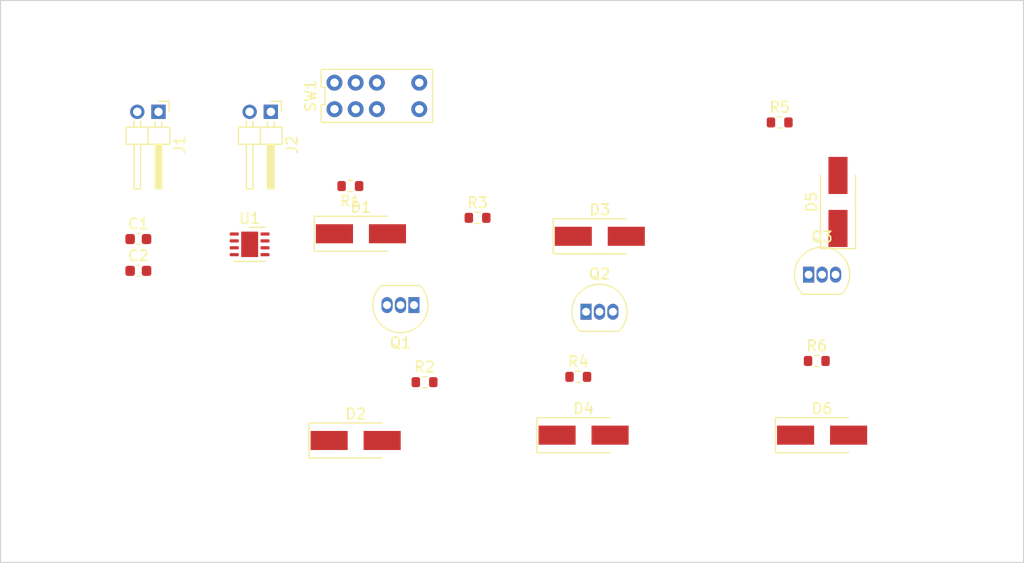
<source format=kicad_pcb>
(kicad_pcb (version 20211014) (generator pcbnew)
  (layers (0 "F.Cu" signal) (31 "B.Cu" signal) (34 "B.Paste" user) (35 "F.Paste" user) (36 "B.SilkS" user "B.Silkscreen") (37 "F.SilkS" user "F.Silkscreen") (38 "B.Mask" user) (39 "F.Mask" user) (44 "Edge.Cuts" user))
  (net 0 "")
  (net 1 "GND")
  (net 2 "Net-(U1-Pad3)")
  (net 6 "Net-(J2-Pad1)")
  (net 7 "Net-(Q1-Pad2)")
  (net 8 "Net-(R1-Pad2)")
  (net 9 "Net-(R2-Pad2)")
  (net 10 "Net-(R3-Pad2)")
  (net 11 "Net-(R4-Pad2)")
  (net 12 "Net-(R5-Pad2)")
  (net 13 "Net-(R6-Pad2)")
  (net 14 "Net-(R2-Pad1)")
  (net 15 "Net-(R4-Pad1)")
  (net 16 "Net-(R5-Pad1)")
  (net 17 "Net-(R6-Pad1)")
  (footprint "Diode_SMD:D_SMA_Handsoldering" (layer "F.Cu") (at 98 96.5)
    (fp_text reference "D2" (at 0 -2.5) (layer "F.SilkS"))
    (fp_text value "D_Schottky")
    (fp_line (start -4.4 1.65) (end 2.5 1.65) (layer "F.SilkS") (width 0.12))
    (fp_line (start -4.4 -1.65) (end 2.5 -1.65) (layer "F.SilkS") (width 0.12))
    (fp_line (start -4.4 -1.65) (end -4.4 1.65) (layer "F.SilkS") (width 0.12))
    (pad "1" smd rect (at -2.5 0) (size 3.5 1.8) (layers "F.Cu" "F.Paste" "F.Mask") (net 1 "GND"))
    (pad "2" smd rect (at 2.5 0) (size 3.5 1.8) (layers "F.Cu" "F.Paste" "F.Mask") (net 9 "Net-(R2-Pad2)"))
  )
  (footprint "Package_TO_SOT_THT:TO-92_Inline" (layer "F.Cu") (at 140.73 80.86)
    (fp_text reference "Q3" (at 1.27 -3.56) (layer "F.SilkS"))
    (fp_text value "2N3905")
    (fp_line (start -0.53 1.85) (end 3.07 1.85) (layer "F.SilkS") (width 0.12))
    (fp_arc (start 1.27 -2.6) (mid 3.672087 -0.994977) (end 3.108478 1.838478) (layer "F.SilkS") (width 0.12))
    (fp_arc (start -0.568478 1.838478) (mid -1.132087 -0.994977) (end 1.27 -2.6) (layer "F.SilkS") (width 0.12))
    (pad "1" thru_hole rect (at 0 0) (size 1.05 1.5) (drill 0.75) (layers *.Cu *.Mask) (net 17 "Net-(R6-Pad1)"))
    (pad "2" thru_hole oval (at 1.27 0) (size 1.05 1.5) (drill 0.75) (layers *.Cu *.Mask) (net 16 "Net-(R5-Pad1)"))
    (pad "3" thru_hole oval (at 2.54 0) (size 1.05 1.5) (drill 0.75) (layers *.Cu *.Mask) (net 2 "Net-(U1-Pad3)"))
  )
  (footprint "Package_TO_SOT_THT:TO-92_Inline" (layer "F.Cu") (at 103.5 83.73 180)
    (fp_text reference "Q1" (at 1.27 -3.56) (layer "F.SilkS"))
    (fp_text value "2N3905")
    (fp_line (start -0.53 1.85) (end 3.07 1.85) (layer "F.SilkS") (width 0.12))
    (fp_arc (start 1.27 -2.6) (mid 3.672087 -0.994977) (end 3.108478 1.838478) (layer "F.SilkS") (width 0.12))
    (fp_arc (start -0.568478 1.838478) (mid -1.132087 -0.994977) (end 1.27 -2.6) (layer "F.SilkS") (width 0.12))
    (pad "1" thru_hole rect (at 0 0 180) (size 1.05 1.5) (drill 0.75) (layers *.Cu *.Mask) (net 14 "Net-(R2-Pad1)"))
    (pad "2" thru_hole oval (at 1.27 0 180) (size 1.05 1.5) (drill 0.75) (layers *.Cu *.Mask) (net 7 "Net-(Q1-Pad2)"))
    (pad "3" thru_hole oval (at 2.54 0 180) (size 1.05 1.5) (drill 0.75) (layers *.Cu *.Mask) (net 2 "Net-(U1-Pad3)"))
  )
  (footprint "Resistor_SMD:R_0603_1608Metric" (layer "F.Cu") (at 138 66.5)
    (fp_text reference "R5" (at 0 -1.43) (layer "F.SilkS"))
    (fp_text value "52K")
    (fp_line (start -0.237258 -0.5225) (end 0.237258 -0.5225) (layer "F.SilkS") (width 0.12))
    (fp_line (start -0.237258 0.5225) (end 0.237258 0.5225) (layer "F.SilkS") (width 0.12))
    (pad "1" smd roundrect (at -0.825 0) (size 0.8 0.95) (layers "F.Cu" "F.Paste" "F.Mask") (net 16 "Net-(R5-Pad1)"))
    (pad "2" smd roundrect (at 0.825 0) (size 0.8 0.95) (layers "F.Cu" "F.Paste" "F.Mask") (net 12 "Net-(R5-Pad2)"))
  )
  (footprint "Resistor_SMD:R_0603_1608Metric" (layer "F.Cu") (at 109.5 75.5)
    (fp_text reference "R3" (at 0 -1.43) (layer "F.SilkS"))
    (fp_text value "46.4K")
    (fp_line (start -0.237258 0.5225) (end 0.237258 0.5225) (layer "F.SilkS") (width 0.12))
    (fp_line (start -0.237258 -0.5225) (end 0.237258 -0.5225) (layer "F.SilkS") (width 0.12))
    (pad "1" smd roundrect (at -0.825 0) (size 0.8 0.95) (layers "F.Cu" "F.Paste" "F.Mask") (net 7 "Net-(Q1-Pad2)"))
    (pad "2" smd roundrect (at 0.825 0) (size 0.8 0.95) (layers "F.Cu" "F.Paste" "F.Mask") (net 10 "Net-(R3-Pad2)"))
  )
  (footprint "Diode_SMD:D_SMA_Handsoldering" (layer "F.Cu") (at 98.5 77)
    (fp_text reference "D1" (at 0 -2.5) (layer "F.SilkS"))
    (fp_text value "D_Schottky")
    (fp_line (start -4.4 1.65) (end 2.5 1.65) (layer "F.SilkS") (width 0.12))
    (fp_line (start -4.4 -1.65) (end 2.5 -1.65) (layer "F.SilkS") (width 0.12))
    (fp_line (start -4.4 -1.65) (end -4.4 1.65) (layer "F.SilkS") (width 0.12))
    (pad "1" smd rect (at -2.5 0) (size 3.5 1.8) (layers "F.Cu" "F.Paste" "F.Mask") (net 2 "Net-(U1-Pad3)"))
    (pad "2" smd rect (at 2.5 0) (size 3.5 1.8) (layers "F.Cu" "F.Paste" "F.Mask") (net 8 "Net-(R1-Pad2)"))
  )
  (footprint "Diode_SMD:D_SMA_Handsoldering" (layer "F.Cu") (at 142 96)
    (fp_text reference "D6" (at 0 -2.5) (layer "F.SilkS"))
    (fp_text value "D_Schottky")
    (fp_line (start -4.4 -1.65) (end 2.5 -1.65) (layer "F.SilkS") (width 0.12))
    (fp_line (start -4.4 -1.65) (end -4.4 1.65) (layer "F.SilkS") (width 0.12))
    (fp_line (start -4.4 1.65) (end 2.5 1.65) (layer "F.SilkS") (width 0.12))
    (pad "1" smd rect (at -2.5 0) (size 3.5 1.8) (layers "F.Cu" "F.Paste" "F.Mask") (net 1 "GND"))
    (pad "2" smd rect (at 2.5 0) (size 3.5 1.8) (layers "F.Cu" "F.Paste" "F.Mask") (net 13 "Net-(R6-Pad2)"))
  )
  (footprint "Diode_SMD:D_SMA_Handsoldering" (layer "F.Cu") (at 121.03 77.24)
    (fp_text reference "D3" (at 0 -2.5) (layer "F.SilkS"))
    (fp_text value "D_Schottky")
    (fp_line (start -4.4 -1.65) (end -4.4 1.65) (layer "F.SilkS") (width 0.12))
    (fp_line (start -4.4 -1.65) (end 2.5 -1.65) (layer "F.SilkS") (width 0.12))
    (fp_line (start -4.4 1.65) (end 2.5 1.65) (layer "F.SilkS") (width 0.12))
    (pad "1" smd rect (at -2.5 0) (size 3.5 1.8) (layers "F.Cu" "F.Paste" "F.Mask") (net 2 "Net-(U1-Pad3)"))
    (pad "2" smd rect (at 2.5 0) (size 3.5 1.8) (layers "F.Cu" "F.Paste" "F.Mask") (net 10 "Net-(R3-Pad2)"))
  )
  (footprint "Connector_PinHeader_2.00mm:PinHeader_1x02_P2.00mm_Horizontal" (layer "F.Cu") (at 90 65.5 -90)
    (fp_text reference "J2" (at 3.1 -2 90) (layer "F.SilkS"))
    (fp_text value "Conn_01x02_Female")
    (fp_line (start 3.06 -0.25) (end 7.26 -0.25) (layer "F.SilkS") (width 0.12))
    (fp_line (start 7.26 -0.31) (end 7.26 0.31) (layer "F.SilkS") (width 0.12))
    (fp_line (start 3.06 -0.31) (end 7.26 -0.31) (layer "F.SilkS") (width 0.12))
    (fp_line (start 3.06 -0.13) (end 7.26 -0.13) (layer "F.SilkS") (width 0.12))
    (fp_line (start 3.06 0.11) (end 7.26 0.11) (layer "F.SilkS") (width 0.12))
    (fp_line (start 1.44 1) (end 3.06 1) (layer "F.SilkS") (width 0.12))
    (fp_line (start 3.06 3.06) (end 3.06 -1.06) (layer "F.SilkS") (width 0.12))
    (fp_line (start 0.882114 2.31) (end 1.44 2.31) (layer "F.SilkS") (width 0.12))
    (fp_line (start 0.935 0.31) (end 1.44 0.31) (layer "F.SilkS") (width 0.12))
    (fp_line (start 7.26 1.69) (end 7.26 2.31) (layer "F.SilkS") (width 0.12))
    (fp_line (start 3.06 0.23) (end 7.26 0.23) (layer "F.SilkS") (width 0.12))
    (fp_line (start 7.26 0.31) (end 3.06 0.31) (layer "F.SilkS") (width 0.12))
    (fp_line (start 7.26 2.31) (end 3.06 2.31) (layer "F.SilkS") (width 0.12))
    (fp_line (start 0.935 -0.31) (end 1.44 -0.31) (layer "F.SilkS") (width 0.12))
    (fp_line (start -1 0) (end -1 -1) (layer "F.SilkS") (width 0.12))
    (fp_line (start -1 -1) (end 0 -1) (layer "F.SilkS") (width 0.12))
    (fp_line (start 3.06 -1.06) (end 1.44 -1.06) (layer "F.SilkS") (width 0.12))
    (fp_line (start 1.44 3.06) (end 3.06 3.06) (layer "F.SilkS") (width 0.12))
    (fp_line (start 1.44 -1.06) (end 1.44 3.06) (layer "F.SilkS") (width 0.12))
    (fp_line (start 3.06 -0.01) (end 7.26 -0.01) (layer "F.SilkS") (width 0.12))
    (fp_line (start 0.882114 1.69) (end 1.44 1.69) (layer "F.SilkS") (width 0.12))
    (fp_line (start 3.06 1.69) (end 7.26 1.69) (layer "F.SilkS") (width 0.12))
    (pad "1" thru_hole rect (at 0 0 270) (size 1.35 1.35) (drill 0.8) (layers *.Cu *.Mask) (net 6 "Net-(J2-Pad1)"))
    (pad "2" thru_hole oval (at 0 2 270) (size 1.35 1.35) (drill 0.8) (layers *.Cu *.Mask) (net 1 "GND"))
  )
  (footprint "Connector_PinHeader_2.00mm:PinHeader_1x02_P2.00mm_Horizontal" (layer "F.Cu") (at 79.4 65.5 -90)
    (fp_text reference "J1" (at 3.1 -2 90) (layer "F.SilkS"))
    (fp_text value "Conn_01x02_Female")
    (fp_line (start 7.26 0.31) (end 3.06 0.31) (layer "F.SilkS") (width 0.12))
    (fp_line (start 3.06 -0.01) (end 7.26 -0.01) (layer "F.SilkS") (width 0.12))
    (fp_line (start 3.06 -0.31) (end 7.26 -0.31) (layer "F.SilkS") (width 0.12))
    (fp_line (start 0.935 -0.31) (end 1.44 -0.31) (layer "F.SilkS") (width 0.12))
    (fp_line (start 1.44 3.06) (end 3.06 3.06) (layer "F.SilkS") (width 0.12))
    (fp_line (start 0.882114 1.69) (end 1.44 1.69) (layer "F.SilkS") (width 0.12))
    (fp_line (start 3.06 3.06) (end 3.06 -1.06) (layer "F.SilkS") (width 0.12))
    (fp_line (start 1.44 1) (end 3.06 1) (layer "F.SilkS") (width 0.12))
    (fp_line (start -1 -1) (end 0 -1) (layer "F.SilkS") (width 0.12))
    (fp_line (start 7.26 1.69) (end 7.26 2.31) (layer "F.SilkS") (width 0.12))
    (fp_line (start 7.26 2.31) (end 3.06 2.31) (layer "F.SilkS") (width 0.12))
    (fp_line (start 0.882114 2.31) (end 1.44 2.31) (layer "F.SilkS") (width 0.12))
    (fp_line (start -1 0) (end -1 -1) (layer "F.SilkS") (width 0.12))
    (fp_line (start 3.06 -0.25) (end 7.26 -0.25) (layer "F.SilkS") (width 0.12))
    (fp_line (start 3.06 -1.06) (end 1.44 -1.06) (layer "F.SilkS") (width 0.12))
    (fp_line (start 3.06 0.11) (end 7.26 0.11) (layer "F.SilkS") (width 0.12))
    (fp_line (start 3.06 0.23) (end 7.26 0.23) (layer "F.SilkS") (width 0.12))
    (fp_line (start 1.44 -1.06) (end 1.44 3.06) (layer "F.SilkS") (width 0.12))
    (fp_line (start 3.06 1.69) (end 7.26 1.69) (layer "F.SilkS") (width 0.12))
    (fp_line (start 7.26 -0.31) (end 7.26 0.31) (layer "F.SilkS") (width 0.12))
    (fp_line (start 3.06 -0.13) (end 7.26 -0.13) (layer "F.SilkS") (width 0.12))
    (fp_line (start 0.935 0.31) (end 1.44 0.31) (layer "F.SilkS") (width 0.12))
    (pad "1" thru_hole rect (at 0 0 270) (size 1.35 1.35) (drill 0.8) (layers *.Cu *.Mask) (net 7 "Net-(Q1-Pad2)"))
    (pad "2" thru_hole oval (at 0 2 270) (size 1.35 1.35) (drill 0.8) (layers *.Cu *.Mask) (net 1 "GND"))
  )
  (footprint "Resistor_SMD:R_0603_1608Metric" (layer "F.Cu") (at 104.5 91)
    (fp_text reference "R2" (at 0 -1.43) (layer "F.SilkS"))
    (fp_text value "36.5K")
    (fp_line (start -0.237258 0.5225) (end 0.237258 0.5225) (layer "F.SilkS") (width 0.12))
    (fp_line (start -0.237258 -0.5225) (end 0.237258 -0.5225) (layer "F.SilkS") (width 0.12))
    (pad "1" smd roundrect (at -0.825 0) (size 0.8 0.95) (layers "F.Cu" "F.Paste" "F.Mask") (net 14 "Net-(R2-Pad1)"))
    (pad "2" smd roundrect (at 0.825 0) (size 0.8 0.95) (layers "F.Cu" "F.Paste" "F.Mask") (net 9 "Net-(R2-Pad2)"))
  )
  (footprint "Resistor_SMD:R_0603_1608Metric" (layer "F.Cu") (at 141.5 89)
    (fp_text reference "R6" (at 0 -1.43) (layer "F.SilkS"))
    (fp_text value "28K")
    (fp_line (start -0.237258 0.5225) (end 0.237258 0.5225) (layer "F.SilkS") (width 0.12))
    (fp_line (start -0.237258 -0.5225) (end 0.237258 -0.5225) (layer "F.SilkS") (width 0.12))
    (pad "1" smd roundrect (at -0.825 0) (size 0.8 0.95) (layers "F.Cu" "F.Paste" "F.Mask") (net 17 "Net-(R6-Pad1)"))
    (pad "2" smd roundrect (at 0.825 0) (size 0.8 0.95) (layers "F.Cu" "F.Paste" "F.Mask") (net 13 "Net-(R6-Pad2)"))
  )
  (footprint "Diode_SMD:D_SMA_Handsoldering" (layer "F.Cu") (at 119.5 96)
    (fp_text reference "D4" (at 0 -2.5) (layer "F.SilkS"))
    (fp_text value "D_Schottky")
    (fp_line (start -4.4 -1.65) (end -4.4 1.65) (layer "F.SilkS") (width 0.12))
    (fp_line (start -4.4 -1.65) (end 2.5 -1.65) (layer "F.SilkS") (width 0.12))
    (fp_line (start -4.4 1.65) (end 2.5 1.65) (layer "F.SilkS") (width 0.12))
    (pad "1" smd rect (at -2.5 0) (size 3.5 1.8) (layers "F.Cu" "F.Paste" "F.Mask") (net 1 "GND"))
    (pad "2" smd rect (at 2.5 0) (size 3.5 1.8) (layers "F.Cu" "F.Paste" "F.Mask") (net 11 "Net-(R4-Pad2)"))
  )
  (footprint "Resistor_SMD:R_0603_1608Metric" (layer "F.Cu") (at 97.5 72.5 180)
    (fp_text reference "R1" (at 0 -1.43) (layer "F.SilkS"))
    (fp_text value "39.2K")
    (fp_line (start -0.237258 0.5225) (end 0.237258 0.5225) (layer "F.SilkS") (width 0.12))
    (fp_line (start -0.237258 -0.5225) (end 0.237258 -0.5225) (layer "F.SilkS") (width 0.12))
    (pad "1" smd roundrect (at -0.825 0 180) (size 0.8 0.95) (layers "F.Cu" "F.Paste" "F.Mask") (net 7 "Net-(Q1-Pad2)"))
    (pad "2" smd roundrect (at 0.825 0 180) (size 0.8 0.95) (layers "F.Cu" "F.Paste" "F.Mask") (net 8 "Net-(R1-Pad2)"))
  )
  (footprint "Resistor_SMD:R_0603_1608Metric" (layer "F.Cu") (at 119 90.5)
    (fp_text reference "R4" (at 0 -1.43) (layer "F.SilkS"))
    (fp_text value "30.9K")
    (fp_line (start -0.237258 0.5225) (end 0.237258 0.5225) (layer "F.SilkS") (width 0.12))
    (fp_line (start -0.237258 -0.5225) (end 0.237258 -0.5225) (layer "F.SilkS") (width 0.12))
    (pad "1" smd roundrect (at -0.825 0) (size 0.8 0.95) (layers "F.Cu" "F.Paste" "F.Mask") (net 15 "Net-(R4-Pad1)"))
    (pad "2" smd roundrect (at 0.825 0) (size 0.8 0.95) (layers "F.Cu" "F.Paste" "F.Mask") (net 11 "Net-(R4-Pad2)"))
  )
  (footprint "Package_SON:HVSON-8-1EP_3x3mm_P0.65mm_EP1.6x2.4mm" (layer "F.Cu") (at 88 78)
    (fp_text reference "U1" (at 0 -2.45) (layer "F.SilkS"))
    (fp_text value "TPS73701DRBR")
    (fp_line (start 0 -1.61) (end 1.5 -1.61) (layer "F.SilkS") (width 0.12))
    (fp_line (start -1.5 1.61) (end 1.5 1.61) (layer "F.SilkS") (width 0.12))
    (pad "1" smd roundrect (at -1.45 -0.975) (size 0.85 0.3) (layers "F.Cu" "F.Paste" "F.Mask") (net 7 "Net-(Q1-Pad2)"))
    (pad "2" smd roundrect (at -1.45 -0.325) (size 0.85 0.3) (layers "F.Cu" "F.Paste" "F.Mask"))
    (pad "3" smd roundrect (at -1.45 0.325) (size 0.85 0.3) (layers "F.Cu" "F.Paste" "F.Mask") (net 2 "Net-(U1-Pad3)"))
    (pad "4" smd roundrect (at -1.45 0.975) (size 0.85 0.3) (layers "F.Cu" "F.Paste" "F.Mask") (net 1 "GND"))
    (pad "5" smd roundrect (at 1.45 0.975) (size 0.85 0.3) (layers "F.Cu" "F.Paste" "F.Mask") (net 6 "Net-(J2-Pad1)"))
    (pad "6" smd roundrect (at 1.45 0.325) (size 0.85 0.3) (layers "F.Cu" "F.Paste" "F.Mask"))
    (pad "7" smd roundrect (at 1.45 -0.325) (size 0.85 0.3) (layers "F.Cu" "F.Paste" "F.Mask"))
    (pad "8" smd roundrect (at 1.45 -0.975) (size 0.85 0.3) (layers "F.Cu" "F.Paste" "F.Mask") (net 6 "Net-(J2-Pad1)"))
    (pad "9" smd rect (at 0 0) (size 1.6 2.4) (layers "F.Cu" "F.Mask") (net 1 "GND"))
  )
  (footprint "footprints:OS203011MS1QP1" (layer "F.Cu") (at 100 64)
    (fp_text reference "SW1" (at -6.25 0 90) (layer "F.SilkS"))
    (fp_text value "OS203011MS1QP1")
    (fp_line (start 5.25 -2.499999) (end -5.25 -2.5) (layer "F.SilkS") (width 0.12))
    (fp_line (start -4.89 0.833333) (end -5.25 0.833333) (layer "F.SilkS") (width 0.12))
    (fp_line (start -4.89 -0.833333) (end -4.89 0.833333) (layer "F.SilkS") (width 0.12))
    (fp_line (start -5.25 -2.5) (end -5.25 -0.833333) (layer "F.SilkS") (width 0.12))
    (fp_line (start -5.25 2.499999) (end 5.25 2.5) (layer "F.SilkS") (width 0.12))
    (fp_line (start -5.25 -0.833333) (end -4.89 -0.833333) (layer "F.SilkS") (width 0.12))
    (fp_line (start -5.25 0.833333) (end -5.25 2.499999) (layer "F.SilkS") (width 0.12))
    (fp_line (start 5.25 2.5) (end 5.25 -2.499999) (layer "F.SilkS") (width 0.12))
    (pad "1" thru_hole circle (at -4 -1.25) (size 1.5 1.5) (drill 0.8) (layers *.Cu *.Mask) (net 7 "Net-(Q1-Pad2)"))
    (pad "2" thru_hole circle (at -2 -1.25) (size 1.5 1.5) (drill 0.8) (layers *.Cu *.Mask) (net 7 "Net-(Q1-Pad2)"))
    (pad "3" thru_hole circle (at 0 -1.25) (size 1.5 1.5) (drill 0.8) (layers *.Cu *.Mask) (net 7 "Net-(Q1-Pad2)"))
    (pad "4" thru_hole circle (at 4 -1.25) (size 1.5 1.5) (drill 0.8) (layers *.Cu *.Mask) (net 16 "Net-(R5-Pad1)"))
    (pad "5" thru_hole circle (at -4 1.25) (size 1.5 1.5) (drill 0.8) (layers *.Cu *.Mask))
    (pad "6" thru_hole circle (at -2 1.25) (size 1.5 1.5) (drill 0.8) (layers *.Cu *.Mask))
    (pad "7" thru_hole circle (at 0 1.25) (size 1.5 1.5) (drill 0.8) (layers *.Cu *.Mask))
    (pad "8" thru_hole circle (at 4 1.25) (size 1.5 1.5) (drill 0.8) (layers *.Cu *.Mask))
  )
  (footprint "Capacitor_SMD:C_0603_1608Metric" (layer "F.Cu") (at 77.5 80.5)
    (fp_text reference "C2" (at 0 -1.43) (layer "F.SilkS"))
    (fp_text value "1uf")
    (fp_line (start -0.14058 0.51) (end 0.14058 0.51) (layer "F.SilkS") (width 0.12))
    (fp_line (start -0.14058 -0.51) (end 0.14058 -0.51) (layer "F.SilkS") (width 0.12))
    (pad "1" smd roundrect (at -0.775 0) (size 0.9 0.95) (layers "F.Cu" "F.Paste" "F.Mask") (net 1 "GND"))
    (pad "2" smd roundrect (at 0.775 0) (size 0.9 0.95) (layers "F.Cu" "F.Paste" "F.Mask") (net 6 "Net-(J2-Pad1)"))
  )
  (footprint "Diode_SMD:D_SMA_Handsoldering" (layer "F.Cu") (at 143.5 74 90)
    (fp_text reference "D5" (at 0 -2.5 90) (layer "F.SilkS"))
    (fp_text value "D_Schottky")
    (fp_line (start -4.4 -1.65) (end 2.5 -1.65) (layer "F.SilkS") (width 0.12))
    (fp_line (start -4.4 1.65) (end 2.5 1.65) (layer "F.SilkS") (width 0.12))
    (fp_line (start -4.4 -1.65) (end -4.4 1.65) (layer "F.SilkS") (width 0.12))
    (pad "1" smd rect (at -2.5 0 90) (size 3.5 1.8) (layers "F.Cu" "F.Paste" "F.Mask") (net 2 "Net-(U1-Pad3)"))
    (pad "2" smd rect (at 2.5 0 90) (size 3.5 1.8) (layers "F.Cu" "F.Paste" "F.Mask") (net 12 "Net-(R5-Pad2)"))
  )
  (footprint "Capacitor_SMD:C_0603_1608Metric" (layer "F.Cu") (at 77.5 77.5)
    (fp_text reference "C1" (at 0 -1.43) (layer "F.SilkS"))
    (fp_text value "1uf")
    (fp_line (start -0.14058 0.51) (end 0.14058 0.51) (layer "F.SilkS") (width 0.12))
    (fp_line (start -0.14058 -0.51) (end 0.14058 -0.51) (layer "F.SilkS") (width 0.12))
    (pad "1" smd roundrect (at -0.775 0) (size 0.9 0.95) (layers "F.Cu" "F.Paste" "F.Mask") (net 1 "GND"))
    (pad "2" smd roundrect (at 0.775 0) (size 0.9 0.95) (layers "F.Cu" "F.Paste" "F.Mask") (net 7 "Net-(Q1-Pad2)"))
  )
  (footprint "Package_TO_SOT_THT:TO-92_Inline" (layer "F.Cu") (at 119.73 84.36)
    (fp_text reference "Q2" (at 1.27 -3.56) (layer "F.SilkS"))
    (fp_text value "2N3905")
    (fp_line (start -0.53 1.85) (end 3.07 1.85) (layer "F.SilkS") (width 0.12))
    (fp_arc (start 1.27 -2.6) (mid 3.672087 -0.994977) (end 3.108478 1.838478) (layer "F.SilkS") (width 0.12))
    (fp_arc (start -0.568478 1.838478) (mid -1.132087 -0.994977) (end 1.27 -2.6) (layer "F.SilkS") (width 0.12))
    (pad "1" thru_hole rect (at 0 0) (size 1.05 1.5) (drill 0.75) (layers *.Cu *.Mask) (net 15 "Net-(R4-Pad1)"))
    (pad "2" thru_hole oval (at 1.27 0) (size 1.05 1.5) (drill 0.75) (layers *.Cu *.Mask) (net 7 "Net-(Q1-Pad2)"))
    (pad "3" thru_hole oval (at 2.54 0) (size 1.05 1.5) (drill 0.75) (layers *.Cu *.Mask) (net 2 "Net-(U1-Pad3)"))
  )
  (gr_rect (start 64.5 55) (end 161 108) (layer "Edge.Cuts") (width 0.1) (fill none))
)
</source>
